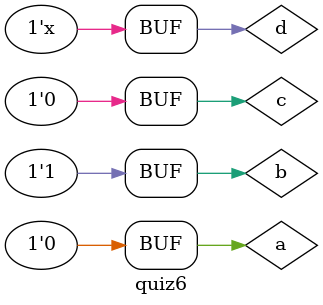
<source format=v>
`timescale 1ns/1ns

module quiz6;

reg a, b, c, d;

initial begin
	a <= 1'b0;
	b <= #10 1'b1;
	c <= #5 1'b0;
	d <= #20 (a & b & c);
end
endmodule
</source>
